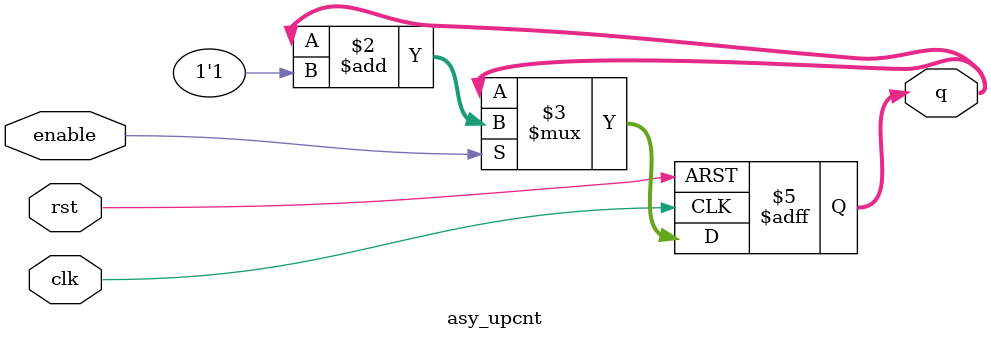
<source format=v>

module asy_upcnt #(parameter N = 4)(
input clk, rst, enable,
output reg [N-1:0]q);

	always @(posedge clk or posedge rst) begin    // For asynchronous reset applied immediately to Q
		if(rst)
			q <= {N{1'b0}};
		else if (enable)
			q <= q + 1'b1;
	end

endmodule

</source>
